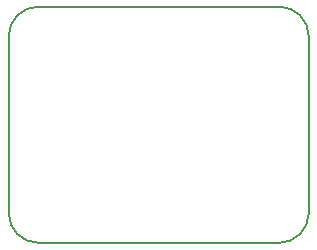
<source format=gbr>
%TF.GenerationSoftware,KiCad,Pcbnew,5.1.7-a382d34a8~87~ubuntu18.04.1*%
%TF.CreationDate,2023-06-06T11:19:10-07:00*%
%TF.ProjectId,basic_led,62617369-635f-46c6-9564-2e6b69636164,rev?*%
%TF.SameCoordinates,Original*%
%TF.FileFunction,Profile,NP*%
%FSLAX46Y46*%
G04 Gerber Fmt 4.6, Leading zero omitted, Abs format (unit mm)*
G04 Created by KiCad (PCBNEW 5.1.7-a382d34a8~87~ubuntu18.04.1) date 2023-06-06 11:19:10*
%MOMM*%
%LPD*%
G01*
G04 APERTURE LIST*
%TA.AperFunction,Profile*%
%ADD10C,0.200000*%
%TD*%
G04 APERTURE END LIST*
D10*
X50000000Y-52500000D02*
X50000000Y-67500000D01*
X52500000Y-50000000D02*
X72900000Y-50000000D01*
X75400000Y-52500000D02*
X75400000Y-67500000D01*
X52500000Y-70000000D02*
G75*
G02*
X50000000Y-67500000I0J2500000D01*
G01*
X75400000Y-67500000D02*
G75*
G02*
X72900000Y-70000000I-2500000J0D01*
G01*
X72900000Y-50000000D02*
G75*
G02*
X75400000Y-52500000I0J-2500000D01*
G01*
X50000000Y-52500000D02*
G75*
G02*
X52500000Y-50000000I2500000J0D01*
G01*
X52500000Y-70000000D02*
X72900000Y-70000000D01*
M02*

</source>
